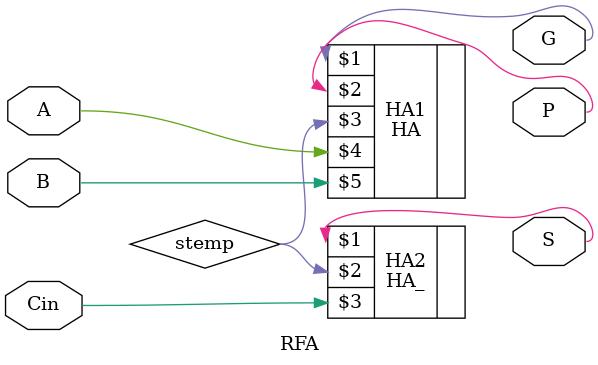
<source format=v>
module RFA(G, P, S, A, B, Cin);

input A, B, Cin;
output G, P, S;
wire gtemp, ptemp, stemp;

HA   HA1(G, P, stemp, A, B);
HA_  HA2(S, stemp, Cin);

endmodule

`include"HA.v"
`include"HA_.v"
</source>
